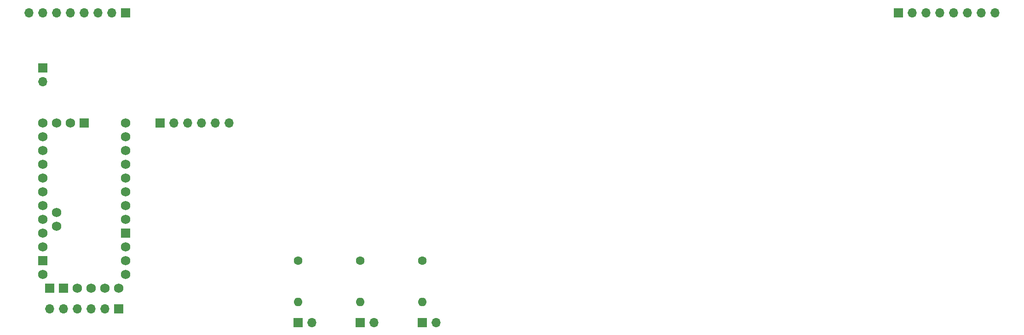
<source format=gbs>
G04 #@! TF.GenerationSoftware,KiCad,Pcbnew,7.0.11+dfsg-1*
G04 #@! TF.CreationDate,2024-03-20T20:25:50-04:00*
G04 #@! TF.ProjectId,base,62617365-2e6b-4696-9361-645f70636258,rev?*
G04 #@! TF.SameCoordinates,Original*
G04 #@! TF.FileFunction,Soldermask,Bot*
G04 #@! TF.FilePolarity,Negative*
%FSLAX46Y46*%
G04 Gerber Fmt 4.6, Leading zero omitted, Abs format (unit mm)*
G04 Created by KiCad (PCBNEW 7.0.11+dfsg-1) date 2024-03-20 20:25:50*
%MOMM*%
%LPD*%
G01*
G04 APERTURE LIST*
%ADD10C,1.600000*%
%ADD11O,1.600000X1.600000*%
%ADD12C,1.727200*%
%ADD13R,1.727200X1.727200*%
%ADD14R,1.700000X1.700000*%
%ADD15O,1.700000X1.700000*%
G04 APERTURE END LIST*
D10*
X102870000Y-111760000D03*
D11*
X102870000Y-119380000D03*
D12*
X55880000Y-96520000D03*
X55880000Y-99060000D03*
X55880000Y-101600000D03*
X55880000Y-104140000D03*
X58420000Y-102870000D03*
X58420000Y-105410000D03*
X60960000Y-86360000D03*
X58420000Y-86360000D03*
X71120000Y-111760000D03*
X71120000Y-114300000D03*
X71120000Y-104140000D03*
X71120000Y-101600000D03*
X71120000Y-99060000D03*
X71120000Y-96520000D03*
X71120000Y-93980000D03*
X71120000Y-91440000D03*
X71120000Y-88900000D03*
X71120000Y-86360000D03*
X55880000Y-86360000D03*
X55880000Y-88900000D03*
X55880000Y-91440000D03*
X55880000Y-93980000D03*
X69850000Y-116840000D03*
D13*
X71120000Y-106680000D03*
X55880000Y-111760000D03*
X63500000Y-86360000D03*
X59690000Y-116840000D03*
X57150000Y-116840000D03*
D12*
X55880000Y-114300000D03*
X71120000Y-109220000D03*
X55880000Y-109220000D03*
X64770000Y-116840000D03*
X67310000Y-116840000D03*
X55880000Y-106680000D03*
X62230000Y-116840000D03*
D10*
X125730000Y-111760000D03*
D11*
X125730000Y-119380000D03*
D10*
X114300000Y-111760000D03*
D11*
X114300000Y-119380000D03*
D14*
X71120000Y-66040000D03*
D15*
X68580000Y-66040000D03*
X66040000Y-66040000D03*
X63500000Y-66040000D03*
X60960000Y-66040000D03*
X58420000Y-66040000D03*
X55880000Y-66040000D03*
X53340000Y-66040000D03*
D14*
X77470000Y-86360000D03*
D15*
X80010000Y-86360000D03*
X82550000Y-86360000D03*
X85090000Y-86360000D03*
X87630000Y-86360000D03*
X90170000Y-86360000D03*
D14*
X102870000Y-123190000D03*
D15*
X105410000Y-123190000D03*
D14*
X69850000Y-120650000D03*
D15*
X67310000Y-120650000D03*
X64770000Y-120650000D03*
X62230000Y-120650000D03*
X59690000Y-120650000D03*
X57150000Y-120650000D03*
D14*
X125730000Y-123190000D03*
D15*
X128270000Y-123190000D03*
D14*
X55880000Y-76200000D03*
D15*
X55880000Y-78740000D03*
D14*
X114300000Y-123190000D03*
D15*
X116840000Y-123190000D03*
D14*
X213360000Y-66040000D03*
D15*
X215900000Y-66040000D03*
X218440000Y-66040000D03*
X220980000Y-66040000D03*
X223520000Y-66040000D03*
X226060000Y-66040000D03*
X228600000Y-66040000D03*
X231140000Y-66040000D03*
M02*

</source>
